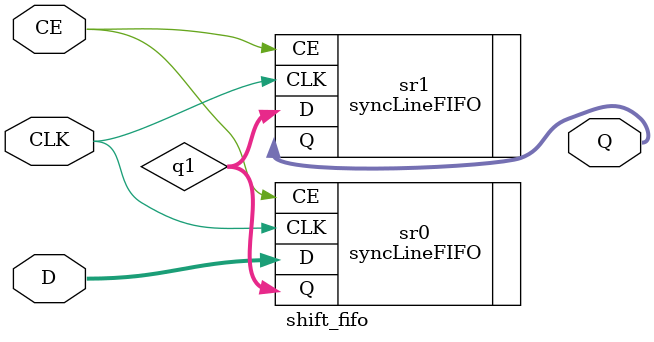
<source format=v>
`timescale 1ns / 1ps


module shift_fifo(
    input   CLK,
    input  [7 : 0] D,
    input   CE,
    output [7 : 0] Q
    );

    wire [7 : 0] q1;

    syncLineFIFO sr0 (
        .D(D),      // input wire [7 : 0] D
        .CLK(CLK),  // input wire CLK
        .CE(CE),    // input wire CE
        .Q(q1)      // output wire [7 : 0] Q
    );

    syncLineFIFO sr1 (
        .D(q1),      // input wire [7 : 0] D
        .CLK(CLK),  // input wire CLK
        .CE(CE),    // input wire CE
        .Q(Q)      // output wire [7 : 0] Q
    );


endmodule

</source>
